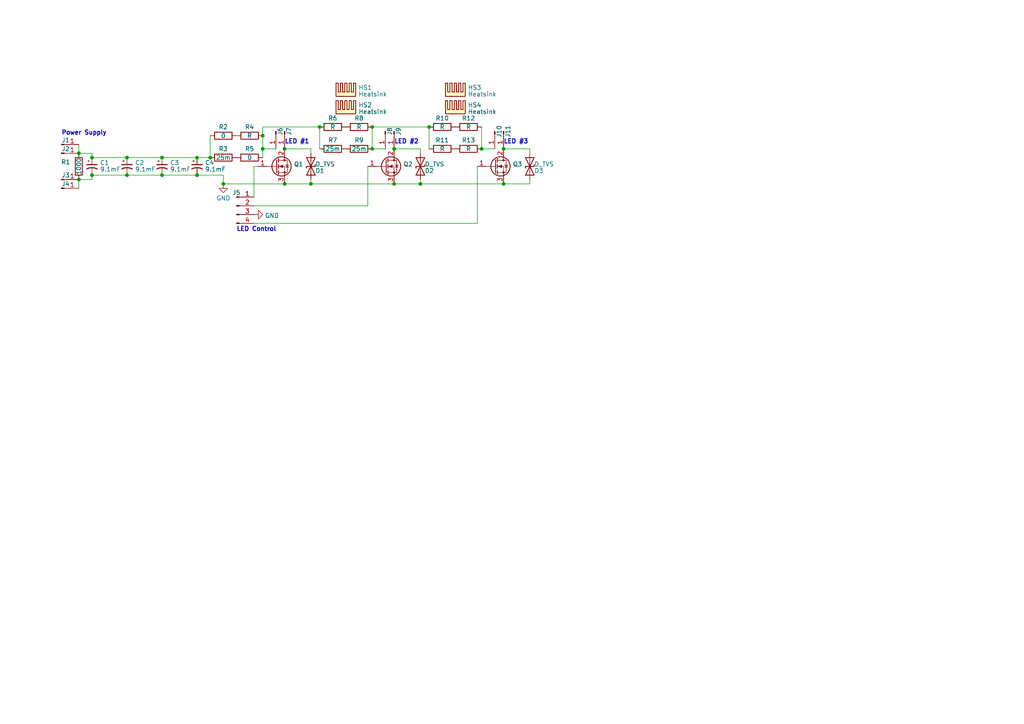
<source format=kicad_sch>
(kicad_sch (version 20230121) (generator eeschema)
  (paper "A4")
  (lib_symbols
    (symbol "Connector:Conn_01x01_Pin" (pin_names (offset 1.016) hide)
      (property "Reference" "J" (at 0 2.54 0))
      (property "Value" "Conn_01x01_Pin" (at 0 -2.54 0))
      (symbol "Conn_01x01_Pin_1_1"
        (polyline (pts (xy 1.27 0) (xy 0.8636 0)) (stroke (width 0.1524)))
        (rectangle (start 0.8636 0.127) (end 0 -0.127) (stroke (width 0.1524)) (fill (type outline)))
        (pin passive line (at 5.08 0 180) (length 3.81) (name "Pin_1") (number "1"))
      )
    )
    (symbol "Connector:Conn_01x04_Pin" (pin_names (offset 1.016) hide)
      (property "Reference" "J" (at 0 5.08 0))
      (property "Value" "Conn_01x04_Pin" (at 0 -7.62 0))
      (symbol "Conn_01x04_Pin_1_1"
        (polyline (pts (xy 1.27 -5.08) (xy 0.8636 -5.08)) (stroke (width 0.1524)))
        (polyline (pts (xy 1.27 -2.54) (xy 0.8636 -2.54)) (stroke (width 0.1524)))
        (polyline (pts (xy 1.27 0) (xy 0.8636 0)) (stroke (width 0.1524)))
        (polyline (pts (xy 1.27 2.54) (xy 0.8636 2.54)) (stroke (width 0.1524)))
        (rectangle (start 0.8636 -4.953) (end 0 -5.207) (stroke (width 0.1524)) (fill (type outline)))
        (rectangle (start 0.8636 -2.413) (end 0 -2.667) (stroke (width 0.1524)) (fill (type outline)))
        (rectangle (start 0.8636 0.127) (end 0 -0.127) (stroke (width 0.1524)) (fill (type outline)))
        (rectangle (start 0.8636 2.667) (end 0 2.413) (stroke (width 0.1524)) (fill (type outline)))
        (pin passive line (at 5.08 2.54 180) (length 3.81) (name "Pin_1") (number "1"))
        (pin passive line (at 5.08 0 180) (length 3.81) (name "Pin_2") (number "2"))
        (pin passive line (at 5.08 -2.54 180) (length 3.81) (name "Pin_3") (number "3"))
        (pin passive line (at 5.08 -5.08 180) (length 3.81) (name "Pin_4") (number "4"))
      )
    )
    (symbol "Device:C_Polarized_Small_US" (pin_numbers hide) (pin_names (offset 0.254) hide)
      (property "Reference" "C" (at 0.254 1.778 0))
      (property "Value" "C_Polarized_Small_US" (at 0.254 -2.032 0))
      (symbol "C_Polarized_Small_US_0_1"
        (polyline (pts (xy -1.524 0.508) (xy 1.524 0.508)) (stroke (width 0.3048)))
        (polyline (pts (xy -1.27 1.524) (xy -0.762 1.524)))
        (polyline (pts (xy -1.016 1.27) (xy -1.016 1.778)))
        (arc (start 1.524 -0.762) (mid 0 -0.3734) (end -1.524 -0.762) (stroke (width 0.3048)))
      )
      (symbol "C_Polarized_Small_US_1_1"
        (pin passive line (at 0 2.54 270) (length 2.032) (name "~") (number "1"))
        (pin passive line (at 0 -2.54 90) (length 2.032) (name "~") (number "2"))
      )
    )
    (symbol "Device:D_TVS" (pin_numbers hide) (pin_names (offset 1.016) hide)
      (property "Reference" "D" (at 0 2.54 0))
      (property "Value" "D_TVS" (at 0 -2.54 0))
      (symbol "D_TVS_0_1"
        (polyline (pts (xy 1.27 0) (xy -1.27 0)))
        (polyline (pts (xy 0.508 1.27) (xy 0 1.27) (xy 0 -1.27) (xy -0.508 -1.27)) (stroke (width 0.254)))
        (polyline (pts (xy -2.54 1.27) (xy -2.54 -1.27) (xy 2.54 1.27) (xy 2.54 -1.27) (xy -2.54 1.27)) (stroke (width 0.254)))
      )
      (symbol "D_TVS_1_1"
        (pin passive line (at -3.81 0 0) (length 2.54) (name "A1") (number "1"))
        (pin passive line (at 3.81 0 180) (length 2.54) (name "A2") (number "2"))
      )
    )
    (symbol "Device:Q_NMOS_GDS" (pin_names (offset 0) hide)
      (property "Reference" "Q" (at 5.08 1.27 0))
      (property "Value" "Q_NMOS_GDS" (at 5.08 -1.27 0))
      (symbol "Q_NMOS_GDS_0_1"
        (polyline (pts (xy 0.254 0) (xy -2.54 0)))
        (polyline (pts (xy 0.254 1.905) (xy 0.254 -1.905)) (stroke (width 0.254)))
        (polyline (pts (xy 0.762 -1.27) (xy 0.762 -2.286)) (stroke (width 0.254)))
        (polyline (pts (xy 0.762 0.508) (xy 0.762 -0.508)) (stroke (width 0.254)))
        (polyline (pts (xy 0.762 2.286) (xy 0.762 1.27)) (stroke (width 0.254)))
        (polyline (pts (xy 2.54 2.54) (xy 2.54 1.778)))
        (polyline (pts (xy 2.54 -2.54) (xy 2.54 0) (xy 0.762 0)))
        (polyline (pts (xy 0.762 -1.778) (xy 3.302 -1.778) (xy 3.302 1.778) (xy 0.762 1.778)))
        (polyline (pts (xy 1.016 0) (xy 2.032 0.381) (xy 2.032 -0.381) (xy 1.016 0)) (fill (type outline)))
        (polyline (pts (xy 2.794 0.508) (xy 2.921 0.381) (xy 3.683 0.381) (xy 3.81 0.254)))
        (polyline (pts (xy 3.302 0.381) (xy 2.921 -0.254) (xy 3.683 -0.254) (xy 3.302 0.381)))
        (circle (center 1.651 0) (radius 2.794) (stroke (width 0.254)))
        (circle (center 2.54 -1.778) (radius 0.254) (fill (type outline)))
        (circle (center 2.54 1.778) (radius 0.254) (fill (type outline)))
      )
      (symbol "Q_NMOS_GDS_1_1"
        (pin input line (at -5.08 0 0) (length 2.54) (name "G") (number "1"))
        (pin passive line (at 2.54 5.08 270) (length 2.54) (name "D") (number "2"))
        (pin passive line (at 2.54 -5.08 90) (length 2.54) (name "S") (number "3"))
      )
    )
    (symbol "Device:R" (pin_numbers hide) (pin_names (offset 0))
      (property "Reference" "R" (at 2.032 0 90))
      (property "Value" "R" (at 0 0 90))
      (symbol "R_0_1"
        (rectangle (start -1.016 -2.54) (end 1.016 2.54) (stroke (width 0.254)))
      )
      (symbol "R_1_1"
        (pin passive line (at 0 3.81 270) (length 1.27) (name "~") (number "1"))
        (pin passive line (at 0 -3.81 90) (length 1.27) (name "~") (number "2"))
      )
    )
    (symbol "Mechanical:Heatsink" (pin_names (offset 1.016))
      (property "Reference" "HS" (at 0 5.08 0))
      (property "Value" "Heatsink" (at 0 -1.27 0))
      (symbol "Heatsink_0_1"
        (polyline (pts (xy -0.3302 1.27) (xy -0.9652 1.27) (xy -0.9652 3.81) (xy -1.6002 3.81) (xy -1.6002 1.27) (xy -2.2352 1.27) (xy -2.2352 3.81) (xy -2.8702 3.81) (xy -2.8702 0) (xy -0.9652 0)) (stroke (width 0.254)) (fill (type background)))
        (polyline (pts (xy -0.3302 1.27) (xy -0.3302 3.81) (xy 0.3048 3.81) (xy 0.3048 1.27) (xy 0.9398 1.27) (xy 0.9398 3.81) (xy 1.5748 3.81) (xy 1.5748 1.27) (xy 2.2098 1.27) (xy 2.2098 3.81) (xy 2.8448 3.81) (xy 2.8448 0) (xy -0.9652 0)) (stroke (width 0.254)) (fill (type background)))
      )
    )
    (symbol "power:GND" (power) (pin_names (offset 0))
      (property "Value" "GND" (at 0 -3.81 0))
      (symbol "GND_0_1"
        (polyline (pts (xy 0 0) (xy 0 -1.27) (xy 1.27 -1.27) (xy 0 -2.54) (xy -1.27 -1.27) (xy 0 -1.27)))
      )
      (symbol "GND_1_1"
        (pin power_in line (at 0 0 270) (length 0) hide (name "GND") (number "1"))
      )
    )
  )
  (junction (at 92.71 36.83))
  (junction (at 57.15 45.72))
  (junction (at 26.67 45.72))
  (junction (at 82.55 53.34))
  (junction (at 76.2 43.18))
  (junction (at 121.92 53.34))
  (junction (at 46.99 45.72))
  (junction (at 107.95 43.18))
  (junction (at 114.3 53.34))
  (junction (at 146.05 53.34))
  (junction (at 76.2 39.37))
  (junction (at 82.55 43.18))
  (junction (at 36.83 50.8))
  (junction (at 36.83 45.72))
  (junction (at 46.99 50.8))
  (junction (at 124.46 36.83))
  (junction (at 114.3 43.18))
  (junction (at 90.17 53.34))
  (junction (at 60.96 45.72))
  (junction (at 107.95 36.83))
  (junction (at 57.15 50.8))
  (junction (at 22.86 52.07))
  (junction (at 22.86 44.45))
  (junction (at 64.77 53.34))
  (junction (at 146.05 43.18))
  (junction (at 139.7 43.18))
  (junction (at 26.67 50.8))
  (wire (pts (xy 106.68 59.69) (xy 73.66 59.69)))
  (wire (pts (xy 82.55 43.18) (xy 90.17 43.18)))
  (wire (pts (xy 139.7 36.83) (xy 139.7 43.18)))
  (wire (pts (xy 64.77 50.8) (xy 57.15 50.8)))
  (wire (pts (xy 73.66 57.15) (xy 73.66 48.26)))
  (wire (pts (xy 76.2 39.37) (xy 76.2 43.18)))
  (wire (pts (xy 90.17 53.34) (xy 82.55 53.34)))
  (wire (pts (xy 57.15 45.72) (xy 60.96 45.72)))
  (wire (pts (xy 146.05 53.34) (xy 153.67 53.34)))
  (wire (pts (xy 36.83 50.8) (xy 46.99 50.8)))
  (wire (pts (xy 22.86 41.91) (xy 22.86 44.45)))
  (wire (pts (xy 107.95 36.83) (xy 107.95 43.18)))
  (wire (pts (xy 26.67 45.72) (xy 26.67 44.45)))
  (wire (pts (xy 26.67 50.8) (xy 26.67 52.07)))
  (wire (pts (xy 64.77 53.34) (xy 82.55 53.34)))
  (wire (pts (xy 26.67 45.72) (xy 36.83 45.72)))
  (wire (pts (xy 26.67 50.8) (xy 36.83 50.8)))
  (wire (pts (xy 138.43 48.26) (xy 138.43 64.77)))
  (wire (pts (xy 73.66 48.26) (xy 74.93 48.26)))
  (wire (pts (xy 92.71 43.18) (xy 92.71 36.83)))
  (wire (pts (xy 76.2 43.18) (xy 80.01 43.18)))
  (wire (pts (xy 26.67 44.45) (xy 22.86 44.45)))
  (wire (pts (xy 36.83 45.72) (xy 46.99 45.72)))
  (wire (pts (xy 64.77 53.34) (xy 64.77 50.8)))
  (wire (pts (xy 121.92 53.34) (xy 146.05 53.34)))
  (wire (pts (xy 90.17 43.18) (xy 90.17 44.45)))
  (wire (pts (xy 76.2 36.83) (xy 92.71 36.83)))
  (wire (pts (xy 153.67 43.18) (xy 153.67 44.45)))
  (wire (pts (xy 153.67 52.07) (xy 153.67 53.34)))
  (wire (pts (xy 60.96 39.37) (xy 60.96 45.72)))
  (wire (pts (xy 106.68 48.26) (xy 106.68 59.69)))
  (wire (pts (xy 139.7 43.18) (xy 143.51 43.18)))
  (wire (pts (xy 124.46 36.83) (xy 107.95 36.83)))
  (wire (pts (xy 46.99 50.8) (xy 57.15 50.8)))
  (wire (pts (xy 124.46 43.18) (xy 124.46 36.83)))
  (wire (pts (xy 73.66 64.77) (xy 138.43 64.77)))
  (wire (pts (xy 76.2 36.83) (xy 76.2 39.37)))
  (wire (pts (xy 146.05 43.18) (xy 153.67 43.18)))
  (wire (pts (xy 26.67 52.07) (xy 22.86 52.07)))
  (wire (pts (xy 46.99 45.72) (xy 57.15 45.72)))
  (wire (pts (xy 107.95 43.18) (xy 111.76 43.18)))
  (wire (pts (xy 121.92 43.18) (xy 121.92 44.45)))
  (wire (pts (xy 90.17 52.07) (xy 90.17 53.34)))
  (wire (pts (xy 114.3 53.34) (xy 121.92 53.34)))
  (wire (pts (xy 114.3 43.18) (xy 121.92 43.18)))
  (wire (pts (xy 76.2 45.72) (xy 76.2 43.18)))
  (wire (pts (xy 90.17 53.34) (xy 114.3 53.34)))
  (wire (pts (xy 22.86 52.07) (xy 22.86 54.61)))
  (wire (pts (xy 121.92 52.07) (xy 121.92 53.34)))
  (text "LED #1" (at 82.55 41.91 0) (effects (font (size 1.27 1.27) (thickness 0.254) bold) (justify left bottom)))
  (text "Power Supply" (at 17.78 39.37 0) (effects (font (size 1.27 1.27) (thickness 0.254) bold) (justify left bottom)))
  (text "LED #3" (at 146.05 41.91 0) (effects (font (size 1.27 1.27) (thickness 0.254) bold) (justify left bottom)))
  (text "LED Control" (at 68.58 67.31 0) (effects (font (size 1.27 1.27) (thickness 0.254) bold) (justify left bottom)))
  (text "LED #2" (at 114.3 41.91 0) (effects (font (size 1.27 1.27) (thickness 0.254) bold) (justify left bottom)))
  (symbol (lib_id "power:GND") (at 73.66 62.23 90) (unit 1)
    (property "Reference" "#PWR02" (effects hide))
    (property "Value" "GND" (at 76.835 62.5468 90) (effects (justify right)))
  )
  (symbol (lib_id "Connector:Conn_01x01_Pin") (at 17.78 52.07 0) (unit 1)
    (property "Reference" "J3" (at 19.05 50.8 0))
    (property "Value" "Conn_01x01_Pin" (effects hide))
    (property "Footprint" "Custom footprints:KEYSTONE_4928" (effects hide))
    (property "Datasheet" "https://www.keyelco.com/product-pdf.cfm?p=14309" (effects hide))
    (property "Manufacturer" "Keystone Electronics" (effects hide))
    (property "Part" "4928" (effects hide))
  )
  (symbol (lib_id "Device:R") (at 72.39 45.72 90) (unit 1)
    (property "Reference" "R5" (at 72.39 43.18 90))
    (property "Value" "0" (at 72.39 45.72 90))
    (property "Footprint" "Custom footprints:R_2818" (effects hide))
    (property "Datasheet" "https://www.koaspeer.com/pdfs/TLRZ.pdf" (effects hide))
    (property "Manufacturer" "KOA Speer Electronics, Inc." (effects hide))
    (property "Part" "TLRZ2BTTD" (effects hide))
  )
  (symbol (lib_id "Connector:Conn_01x01_Pin") (at 111.76 38.1 270) (unit 1)
    (property "Reference" "J8" (at 113.03 38.1 0))
    (property "Value" "Conn_01x01_Pin" (effects hide))
    (property "Footprint" "Custom footprints:KEYSTONE_4928" (effects hide))
    (property "Datasheet" "https://www.keyelco.com/product-pdf.cfm?p=14309" (effects hide))
    (property "Manufacturer" "Keystone Electronics" (effects hide))
    (property "Part" "4928" (effects hide))
  )
  (symbol (lib_id "Device:R") (at 96.52 43.18 90) (unit 1)
    (property "Reference" "R7" (at 96.52 40.64 90))
    (property "Value" "25m" (at 96.52 43.18 90))
    (property "Footprint" "Custom footprints:R_2818" (effects hide))
    (property "Datasheet" "https://www.vishay.com/docs/30347/wshp2818.pdf" (effects hide))
    (property "Manufacturer" "Vishay Dale" (effects hide))
    (property "Part" "WSHP2818R0250FEA" (effects hide))
  )
  (symbol (lib_id "Device:R") (at 72.39 39.37 90) (unit 1)
    (property "Reference" "R4" (at 72.39 36.83 90))
    (property "Value" "R" (at 72.39 39.37 90))
    (property "Footprint" "Custom footprints:R_2818" (effects hide))
  )
  (symbol (lib_id "Device:D_TVS") (at 153.67 48.26 90) (mirror x) (unit 1)
    (property "Reference" "D3" (at 154.94 49.53 90) (effects (justify right)))
    (property "Value" "D_TVS" (at 154.94 47.609 90) (effects (justify right)))
    (property "Footprint" "Custom footprints:DO-214AB" (effects hide))
    (property "Datasheet" "https://www.yageo.com/upload/media/product/products/datasheet/cpc/tvs/SMDJ_1.pdf" (effects hide))
    (property "Manufacturer" "YAGEO" (effects hide))
    (property "Part" "SMDJ60A/TR13" (effects hide))
  )
  (symbol (lib_id "Device:C_Polarized_Small_US") (at 36.83 48.26 0) (unit 1)
    (property "Reference" "C2" (at 39.1414 47.1845 0) (effects (justify left)))
    (property "Value" "9.1mF" (at 39.1414 49.1055 0) (effects (justify left)))
    (property "Footprint" "Custom footprints:CAP_FKS_K21_PAN" (effects hide))
    (property "Datasheet" "https://industrial.panasonic.com/cdbs/www-data/pdf/RDE0000/ABA0000C1247.pdf" (effects hide))
    (property "Manufacturer" "Panasonic Electronic Components" (effects hide))
    (property "Part" "EEE-FK1A912SM" (effects hide))
  )
  (symbol (lib_id "Connector:Conn_01x01_Pin") (at 146.05 38.1 270) (unit 1)
    (property "Reference" "J11" (at 147.32 38.1 0))
    (property "Value" "Conn_01x01_Pin" (effects hide))
    (property "Footprint" "Custom footprints:KEYSTONE_4928" (effects hide))
    (property "Datasheet" "https://www.keyelco.com/product-pdf.cfm?p=14309" (effects hide))
    (property "Manufacturer" "Keystone Electronics" (effects hide))
    (property "Part" "4928" (effects hide))
  )
  (symbol (lib_id "Device:D_TVS") (at 90.17 48.26 90) (mirror x) (unit 1)
    (property "Reference" "D1" (at 91.44 49.53 90) (effects (justify right)))
    (property "Value" "D_TVS" (at 91.44 47.609 90) (effects (justify right)))
    (property "Footprint" "Custom footprints:DO-214AB" (effects hide))
    (property "Datasheet" "https://www.yageo.com/upload/media/product/products/datasheet/cpc/tvs/SMDJ_1.pdf" (effects hide))
    (property "Manufacturer" "YAGEO" (effects hide))
    (property "Part" "SMDJ60A/TR13" (effects hide))
  )
  (symbol (lib_id "Mechanical:Heatsink") (at 132.08 33.02 0) (unit 1)
    (property "Reference" "HS4" (at 135.6868 30.4713 0) (effects (justify left)))
    (property "Value" "Heatsink" (at 135.6868 32.3923 0) (effects (justify left)))
    (property "Footprint" "Custom footprints:31mm heatsink" (effects hide))
    (property "Datasheet" "https://wakefieldthermal.com/content/data_sheets/PIN%20FIN%20HEAT%20SINK.pdf" (effects hide))
    (property "Manufacturer" "Wakefield-Vette" (effects hide))
    (property "Part" "906-31-2-23-2-B-0" (effects hide))
  )
  (symbol (lib_id "Device:Q_NMOS_GDS") (at 80.01 48.26 0) (unit 1)
    (property "Reference" "Q1" (at 85.217 47.6163 0) (effects (justify left)))
    (property "Value" "Q_NMOS_GDS" (effects hide))
    (property "Footprint" "Package_TO_SOT_SMD:TO-263-2" (effects hide))
    (property "Datasheet" "http://www.gofordsemi.com/u_file/product/709/GOFORD-GT035N10M.pdf" (effects hide))
    (property "Manufacturer" "Goford Semiconductor" (effects hide))
    (property "Part" "GT035N10M" (effects hide))
  )
  (symbol (lib_id "Device:R") (at 135.89 36.83 90) (unit 1)
    (property "Reference" "R12" (at 135.89 34.29 90))
    (property "Value" "R" (at 135.89 36.83 90))
    (property "Footprint" "Custom footprints:R_2818" (effects hide))
  )
  (symbol (lib_id "Device:R") (at 128.27 36.83 90) (unit 1)
    (property "Reference" "R10" (at 128.27 34.29 90))
    (property "Value" "R" (at 128.27 36.83 90))
    (property "Footprint" "Custom footprints:R_2818" (effects hide))
  )
  (symbol (lib_id "Device:R") (at 104.14 36.83 90) (unit 1)
    (property "Reference" "R8" (at 104.14 34.29 90))
    (property "Value" "R" (at 104.14 36.83 90))
    (property "Footprint" "Custom footprints:R_2818" (effects hide))
  )
  (symbol (lib_id "Device:R") (at 64.77 45.72 90) (unit 1)
    (property "Reference" "R3" (at 64.77 43.18 90))
    (property "Value" "25m" (at 64.77 45.72 90))
    (property "Footprint" "Custom footprints:R_2818" (effects hide))
    (property "Datasheet" "https://www.vishay.com/docs/30347/wshp2818.pdf" (effects hide))
    (property "Manufacturer" "Vishay Dale" (effects hide))
    (property "Part" "WSHP2818R0250FEA" (effects hide))
  )
  (symbol (lib_id "Device:R") (at 64.77 39.37 90) (unit 1)
    (property "Reference" "R2" (at 64.77 36.83 90))
    (property "Value" "0" (at 64.77 39.37 90))
    (property "Footprint" "Custom footprints:R_2818" (effects hide))
    (property "Datasheet" "https://www.koaspeer.com/pdfs/TLRZ.pdf" (effects hide))
    (property "Manufacturer" "KOA Speer Electronics, Inc." (effects hide))
    (property "Part" "TLRZ2BTTD" (effects hide))
  )
  (symbol (lib_id "Device:R") (at 135.89 43.18 90) (unit 1)
    (property "Reference" "R13" (at 135.89 40.64 90))
    (property "Value" "R" (at 135.89 43.18 90))
    (property "Footprint" "Custom footprints:R_2818" (effects hide))
  )
  (symbol (lib_id "Device:R") (at 128.27 43.18 90) (unit 1)
    (property "Reference" "R11" (at 128.27 40.64 90))
    (property "Value" "R" (at 128.27 43.18 90))
    (property "Footprint" "Custom footprints:R_2818" (effects hide))
  )
  (symbol (lib_id "Device:C_Polarized_Small_US") (at 26.67 48.26 0) (unit 1)
    (property "Reference" "C1" (at 28.9814 47.1845 0) (effects (justify left)))
    (property "Value" "9.1mF" (at 28.9814 49.1055 0) (effects (justify left)))
    (property "Footprint" "Custom footprints:CAP_FKS_K21_PAN" (effects hide))
    (property "Datasheet" "https://industrial.panasonic.com/cdbs/www-data/pdf/RDE0000/ABA0000C1247.pdf" (effects hide))
    (property "Manufacturer" "Panasonic Electronic Components" (effects hide))
    (property "Part" "EEE-FK1A912SM" (effects hide))
  )
  (symbol (lib_id "Mechanical:Heatsink") (at 100.33 33.02 0) (unit 1)
    (property "Reference" "HS2" (at 103.9368 30.4713 0) (effects (justify left)))
    (property "Value" "Heatsink" (at 103.9368 32.3923 0) (effects (justify left)))
    (property "Footprint" "Custom footprints:31mm heatsink" (effects hide))
    (property "Datasheet" "https://wakefieldthermal.com/content/data_sheets/PIN%20FIN%20HEAT%20SINK.pdf" (effects hide))
    (property "Manufacturer" "Wakefield-Vette" (effects hide))
    (property "Part" "906-31-2-23-2-B-0" (effects hide))
  )
  (symbol (lib_id "Connector:Conn_01x01_Pin") (at 17.78 41.91 0) (unit 1)
    (property "Reference" "J1" (at 19.05 40.64 0))
    (property "Value" "Conn_01x01_Pin" (effects hide))
    (property "Footprint" "Custom footprints:KEYSTONE_4928" (effects hide))
    (property "Datasheet" "https://www.keyelco.com/product-pdf.cfm?p=14309" (effects hide))
    (property "Manufacturer" "Keystone Electronics" (effects hide))
    (property "Part" "4928" (effects hide))
  )
  (symbol (lib_id "Device:C_Polarized_Small_US") (at 57.15 48.26 0) (unit 1)
    (property "Reference" "C4" (at 59.4614 47.1845 0) (effects (justify left)))
    (property "Value" "9.1mF" (at 59.4614 49.1055 0) (effects (justify left)))
    (property "Footprint" "Custom footprints:CAP_FKS_K21_PAN" (effects hide))
    (property "Datasheet" "https://industrial.panasonic.com/cdbs/www-data/pdf/RDE0000/ABA0000C1247.pdf" (effects hide))
    (property "Manufacturer" "Panasonic Electronic Components" (effects hide))
    (property "Part" "EEE-FK1A912SM" (effects hide))
  )
  (symbol (lib_id "Device:D_TVS") (at 121.92 48.26 90) (mirror x) (unit 1)
    (property "Reference" "D2" (at 123.19 49.53 90) (effects (justify right)))
    (property "Value" "D_TVS" (at 123.19 47.609 90) (effects (justify right)))
    (property "Footprint" "Custom footprints:DO-214AB" (effects hide))
    (property "Datasheet" "https://www.yageo.com/upload/media/product/products/datasheet/cpc/tvs/SMDJ_1.pdf" (effects hide))
    (property "Manufacturer" "YAGEO" (effects hide))
    (property "Part" "SMDJ60A/TR13" (effects hide))
  )
  (symbol (lib_id "Device:C_Polarized_Small_US") (at 46.99 48.26 0) (unit 1)
    (property "Reference" "C3" (at 49.3014 47.1845 0) (effects (justify left)))
    (property "Value" "9.1mF" (at 49.3014 49.1055 0) (effects (justify left)))
    (property "Footprint" "Custom footprints:CAP_FKS_K21_PAN" (effects hide))
    (property "Datasheet" "https://industrial.panasonic.com/cdbs/www-data/pdf/RDE0000/ABA0000C1247.pdf" (effects hide))
    (property "Manufacturer" "Panasonic Electronic Components" (effects hide))
    (property "Part" "EEE-FK1A912SM" (effects hide))
  )
  (symbol (lib_id "Device:Q_NMOS_GDS") (at 143.51 48.26 0) (unit 1)
    (property "Reference" "Q3" (at 148.717 47.6163 0) (effects (justify left)))
    (property "Value" "Q_NMOS_GDS" (effects hide))
    (property "Footprint" "Package_TO_SOT_SMD:TO-263-2" (effects hide))
    (property "Datasheet" "http://www.gofordsemi.com/u_file/product/709/GOFORD-GT035N10M.pdf" (effects hide))
    (property "Manufacturer" "Goford Semiconductor" (effects hide))
    (property "Part" "GT035N10M" (effects hide))
  )
  (symbol (lib_id "Connector:Conn_01x01_Pin") (at 17.78 54.61 0) (unit 1)
    (property "Reference" "J4" (at 19.05 53.34 0))
    (property "Value" "Conn_01x01_Pin" (effects hide))
    (property "Footprint" "Custom footprints:KEYSTONE_4928" (effects hide))
    (property "Datasheet" "https://www.keyelco.com/product-pdf.cfm?p=14309" (effects hide))
    (property "Manufacturer" "Keystone Electronics" (effects hide))
    (property "Part" "4928" (effects hide))
  )
  (symbol (lib_id "Connector:Conn_01x01_Pin") (at 82.55 38.1 270) (unit 1)
    (property "Reference" "J7" (at 83.82 38.1 0))
    (property "Value" "Conn_01x01_Pin" (effects hide))
    (property "Footprint" "Custom footprints:KEYSTONE_4928" (effects hide))
    (property "Datasheet" "https://www.keyelco.com/product-pdf.cfm?p=14309" (effects hide))
    (property "Manufacturer" "Keystone Electronics" (effects hide))
    (property "Part" "4928" (effects hide))
  )
  (symbol (lib_id "Connector:Conn_01x01_Pin") (at 80.01 38.1 270) (unit 1)
    (property "Reference" "J6" (at 81.28 38.1 0))
    (property "Value" "Conn_01x01_Pin" (effects hide))
    (property "Footprint" "Custom footprints:KEYSTONE_4928" (effects hide))
    (property "Datasheet" "https://www.keyelco.com/product-pdf.cfm?p=14309" (effects hide))
    (property "Manufacturer" "Keystone Electronics" (effects hide))
    (property "Part" "4928" (effects hide))
  )
  (symbol (lib_id "Device:Q_NMOS_GDS") (at 111.76 48.26 0) (unit 1)
    (property "Reference" "Q2" (at 116.967 47.6163 0) (effects (justify left)))
    (property "Value" "Q_NMOS_GDS" (effects hide))
    (property "Footprint" "Package_TO_SOT_SMD:TO-263-2" (effects hide))
    (property "Datasheet" "http://www.gofordsemi.com/u_file/product/709/GOFORD-GT035N10M.pdf" (effects hide))
    (property "Manufacturer" "Goford Semiconductor" (effects hide))
    (property "Part" "GT035N10M" (effects hide))
  )
  (symbol (lib_id "Device:R") (at 104.14 43.18 90) (unit 1)
    (property "Reference" "R9" (at 104.14 40.64 90))
    (property "Value" "25m" (at 104.14 43.18 90))
    (property "Footprint" "Custom footprints:R_2818" (effects hide))
    (property "Datasheet" "https://www.vishay.com/docs/30347/wshp2818.pdf" (effects hide))
    (property "Manufacturer" "Vishay Dale" (effects hide))
    (property "Part" "WSHP2818R0250FEA" (effects hide))
  )
  (symbol (lib_id "power:GND") (at 64.77 53.34 0) (unit 1)
    (property "Reference" "#PWR01" (effects hide))
    (property "Value" "GND" (at 64.77 57.4755 0))
  )
  (symbol (lib_id "Connector:Conn_01x04_Pin") (at 68.58 59.69 0) (unit 1)
    (property "Reference" "J5" (at 68.58 55.88 0))
    (property "Value" "Conn_01x04_Pin" (effects hide))
    (property "Footprint" "Connector_PinHeader_2.54mm:PinHeader_1x04_P2.54mm_Vertical_SMD_Pin1Right" (effects hide))
    (property "Datasheet" "https://cdn.harwin.com/pdfs/M20-877.pdf" (effects hide))
    (property "Manufacturer" "Harwin Inc." (effects hide))
    (property "Part" "M20-8770442" (effects hide))
  )
  (symbol (lib_id "Device:R") (at 96.52 36.83 90) (unit 1)
    (property "Reference" "R6" (at 96.52 34.29 90))
    (property "Value" "R" (at 96.52 36.83 90))
    (property "Footprint" "Custom footprints:R_2818" (effects hide))
  )
  (symbol (lib_id "Mechanical:Heatsink") (at 100.33 27.94 0) (unit 1)
    (property "Reference" "HS1" (at 103.9368 25.3913 0) (effects (justify left)))
    (property "Value" "Heatsink" (at 103.9368 27.3123 0) (effects (justify left)))
    (property "Footprint" "Custom footprints:31mm heatsink" (effects hide))
    (property "Datasheet" "https://wakefieldthermal.com/content/data_sheets/PIN%20FIN%20HEAT%20SINK.pdf" (effects hide))
    (property "Manufacturer" "Wakefield-Vette" (effects hide))
    (property "Part" "906-31-2-23-2-B-0" (effects hide))
  )
  (symbol (lib_id "Device:R") (at 22.86 48.26 180) (unit 1)
    (property "Reference" "R1" (at 19.05 46.99 0))
    (property "Value" "1000" (at 22.86 48.26 90))
    (property "Footprint" "Resistor_SMD:R_1206_3216Metric" (effects hide))
    (property "Datasheet" "https://www.seielect.com/catalog/sei-rmcf_rmcp.pdf" (effects hide))
    (property "Manufacturer" "Stackpole Electronics Inc" (effects hide))
    (property "Part" "RMCF1206FT1K00" (effects hide))
  )
  (symbol (lib_id "Connector:Conn_01x01_Pin") (at 114.3 38.1 270) (unit 1)
    (property "Reference" "J9" (at 115.57 38.1 0))
    (property "Value" "Conn_01x01_Pin" (effects hide))
    (property "Footprint" "Custom footprints:KEYSTONE_4928" (effects hide))
    (property "Datasheet" "https://www.keyelco.com/product-pdf.cfm?p=14309" (effects hide))
    (property "Manufacturer" "Keystone Electronics" (effects hide))
    (property "Part" "4928" (effects hide))
  )
  (symbol (lib_id "Connector:Conn_01x01_Pin") (at 17.78 44.45 0) (unit 1)
    (property "Reference" "J2" (at 19.05 43.18 0))
    (property "Value" "Conn_01x01_Pin" (effects hide))
    (property "Footprint" "Custom footprints:KEYSTONE_4928" (effects hide))
    (property "Datasheet" "https://www.keyelco.com/product-pdf.cfm?p=14309" (effects hide))
    (property "Manufacturer" "Keystone Electronics" (effects hide))
    (property "Part" "4928" (effects hide))
  )
  (symbol (lib_id "Connector:Conn_01x01_Pin") (at 143.51 38.1 270) (unit 1)
    (property "Reference" "J10" (at 144.78 38.1 0))
    (property "Value" "Conn_01x01_Pin" (effects hide))
    (property "Footprint" "Custom footprints:KEYSTONE_4928" (effects hide))
    (property "Datasheet" "https://www.keyelco.com/product-pdf.cfm?p=14309" (effects hide))
    (property "Manufacturer" "Keystone Electronics" (effects hide))
    (property "Part" "4928" (effects hide))
  )
  (symbol (lib_id "Mechanical:Heatsink") (at 132.08 27.94 0) (unit 1)
    (property "Reference" "HS3" (at 135.6868 25.3913 0) (effects (justify left)))
    (property "Value" "Heatsink" (at 135.6868 27.3123 0) (effects (justify left)))
    (property "Footprint" "Custom footprints:31mm heatsink" (effects hide))
    (property "Datasheet" "https://wakefieldthermal.com/content/data_sheets/PIN%20FIN%20HEAT%20SINK.pdf" (effects hide))
    (property "Manufacturer" "Wakefield-Vette" (effects hide))
    (property "Part" "906-31-2-23-2-B-0" (effects hide))
  )
)
</source>
